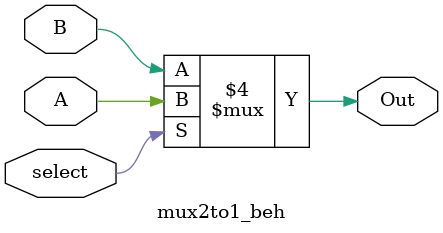
<source format=v>
module mux2to1_beh(Out, A, B, select);
  input A, B, select;
  output Out;
  reg Out;
  always@(A or B or select)
  if(select==1)
    Out = A;
  else
    Out = B;
endmodule

</source>
